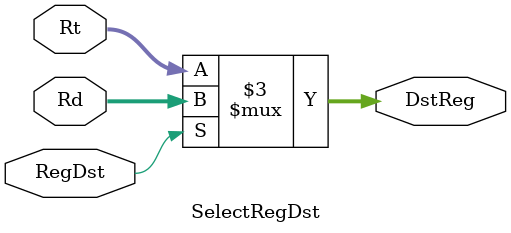
<source format=v>
`timescale 1ns / 1ps

//Õâ¸öÆäÊµ¾ÍÊÇÒ»¸öÎåÂ·¶þÑ¡Ò»Êý¾ÝÑ¡ÔñÆ÷
module SelectRegDst(
    input RegDst,
    input [4:0] Rd,
    input [4:0] Rt,
    output reg [4:0] DstReg
    );
    always@(*)
        begin
            if(RegDst)
                DstReg[4:0] = Rd[4:0];
            else
                DstReg[4:0] = Rt[4:0];
        end    
endmodule

</source>
